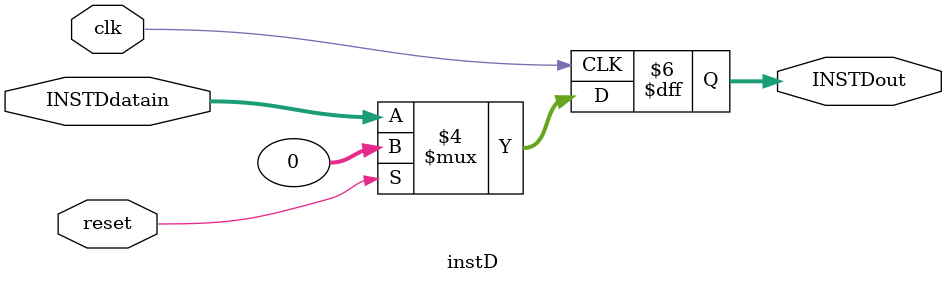
<source format=v>
module instD (
    input wire clk,           // Señal de reloj
    input wire reset,         // Señal de reinicio
    input wire [31:0] INSTDdatain, // Entrada de datos
    output reg [31:0] INSTDout
);

always @(negedge clk) begin
    if (reset == 1) begin
        INSTDout <= 32'b00000000000000000000000000000000;
    end
    else begin
        INSTDout <= INSTDdatain;
    end
end

endmodule
</source>
